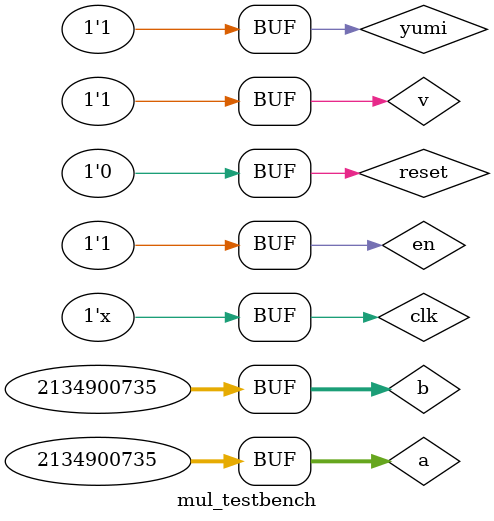
<source format=sv>
`timescale 1ns/1ps

module mul_testbench;

  // Parameters
  parameter E_P = 8;  // exponent width
  parameter M_P = 23; // fraction width

  // Signals
  reg clk;
  reg reset;
  reg en;
  reg v;
  reg [E_P+M_P:0] a;
  reg [E_P+M_P:0] b;

  wire ready_and;
  wire v_o;
  wire [E_P+M_P:0] z_o;
  wire unimplemented_o;
  wire invalid_o;
  wire overflow_o;
  wire underflow_o;
  reg yumi;

  // Instantiate the DUT
  bsg_fpu_mul #(
    .e_p(E_P),
    .m_p(M_P)
  ) dut (
    .clk_i(clk),
    .reset_i(reset),
    .en_i(en),
    .v_i(v),
    .a_i(a),
    .b_i(b),
    .ready_and_o(ready_and),
    .v_o(v_o),
    .z_o(z_o),
    .unimplemented_o(unimplemented_o),
    .invalid_o(invalid_o),
    .overflow_o(overflow_o),
    .underflow_o(underflow_o),
    .yumi_i(yumi)
  );

  // Test stimulus
  initial begin
    // Initialize inputs
    clk = 0;
    reset = 1;
    // Release reset
    #1
    reset = 0;
    en = 1;
    v = 1;
    yumi = 1;

    #44

    a = 32'b0;
    b = 32'b0;
    // Test case 1: Normal operation
    #10;
    a = 32'b0_01111110_00000000000000000000000; // Example input values
    b = 32'b0_01111110_00000000000000000000000;

    #10
    // Test case 2: Overflow
    a = 32'b01111111001111111111111111111111;
    b = 32'b01111111001111111111111111111111;
    #20;

    // Add more test cases as needed...

  end

  always #5 clk = ~clk;

endmodule

</source>
